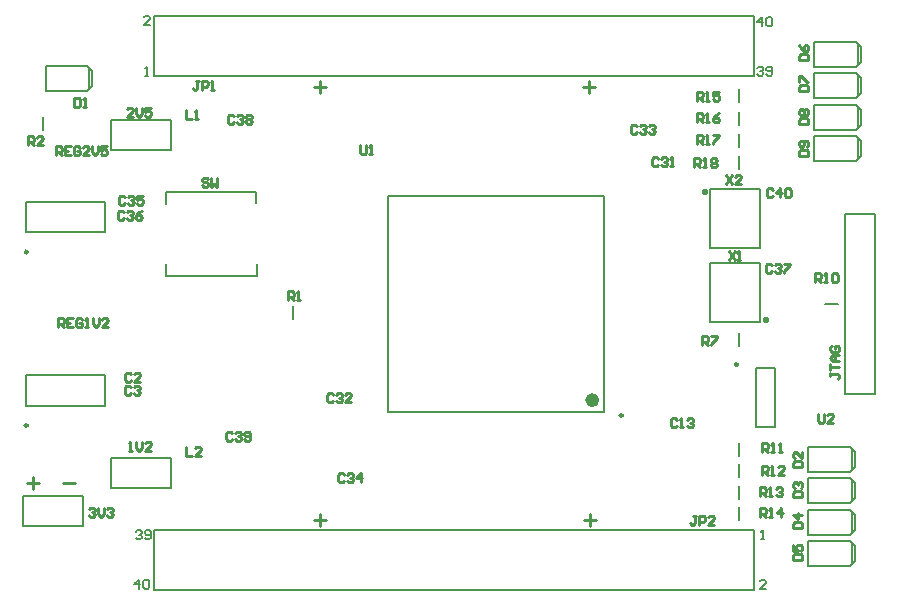
<source format=gto>
%FSLAX24Y24*%
%MOIN*%
G70*
G01*
G75*
G04 Layer_Color=65535*
%ADD10C,0.0100*%
%ADD11R,0.0512X0.0394*%
%ADD12O,0.0984X0.0276*%
%ADD13R,0.0394X0.0512*%
%ADD14R,0.0551X0.0433*%
%ADD15R,0.0433X0.0551*%
%ADD16R,0.0512X0.0591*%
%ADD17R,0.1299X0.1063*%
%ADD18R,0.0394X0.1063*%
%ADD19R,0.0472X0.0551*%
%ADD20R,0.0551X0.0630*%
%ADD21R,0.0500X0.0300*%
%ADD22O,0.0118X0.0827*%
%ADD23O,0.0827X0.0118*%
%ADD24R,0.1693X0.1693*%
%ADD25C,0.0200*%
%ADD26C,0.0300*%
%ADD27C,0.0250*%
%ADD28C,0.0600*%
%ADD29C,0.0400*%
%ADD30C,0.0150*%
%ADD31C,0.0079*%
%ADD32R,0.1830X0.1120*%
%ADD33R,0.2080X0.2124*%
%ADD34R,0.0790X0.5280*%
%ADD35R,0.0810X0.1960*%
%ADD36R,0.1310X0.3350*%
%ADD37R,0.1010X0.0210*%
%ADD38R,0.1490X0.1470*%
%ADD39R,0.0370X0.4820*%
%ADD40R,0.0770X0.0910*%
%ADD41R,0.0920X0.5210*%
%ADD42R,0.1260X0.1830*%
%ADD43R,0.1490X0.6150*%
%ADD44R,0.3870X0.4260*%
%ADD45R,0.1270X0.5300*%
%ADD46R,0.1950X0.1110*%
%ADD47R,0.2270X0.0510*%
%ADD48R,0.0780X0.2500*%
%ADD49R,0.1520X0.0820*%
%ADD50R,0.1890X0.1040*%
%ADD51R,0.3710X0.3070*%
%ADD52R,0.1740X0.1110*%
%ADD53R,0.1460X0.3920*%
%ADD54R,0.2270X0.3010*%
%ADD55R,0.0820X0.6210*%
%ADD56R,0.0810X0.5750*%
%ADD57R,0.1610X0.3230*%
%ADD58R,0.0810X0.1040*%
%ADD59R,0.0470X0.5180*%
%ADD60R,0.1430X0.1840*%
%ADD61R,0.1550X0.2090*%
%ADD62R,0.1370X0.4960*%
%ADD63R,0.0720X0.4310*%
%ADD64R,0.4940X0.1510*%
%ADD65R,0.0710X0.2250*%
%ADD66R,0.4950X0.2010*%
%ADD67R,0.1150X1.2100*%
%ADD68R,0.1490X0.7050*%
%ADD69R,0.0640X0.1540*%
%ADD70R,0.1130X0.1610*%
%ADD71R,0.3340X0.1210*%
%ADD72R,0.1110X0.1490*%
%ADD73R,0.1390X0.1590*%
%ADD74R,0.3241X0.0974*%
%ADD75R,0.1470X0.0847*%
%ADD76R,0.1260X0.9560*%
%ADD77R,0.1100X0.3420*%
%ADD78R,0.1180X0.0590*%
%ADD79R,0.0830X0.3230*%
%ADD80R,0.1820X0.0900*%
%ADD81R,0.0850X0.1900*%
%ADD82R,0.1770X0.0950*%
%ADD83R,0.0591X0.0591*%
%ADD84C,0.0591*%
%ADD85R,0.0591X0.0591*%
%ADD86C,0.0320*%
%ADD87C,0.0500*%
%ADD88R,0.0413X0.0551*%
%ADD89R,0.0669X0.0433*%
%ADD90R,0.0433X0.0669*%
%ADD91R,0.5810X0.0400*%
%ADD92R,0.1370X0.1190*%
%ADD93R,0.0260X0.2940*%
%ADD94R,0.0610X0.3620*%
%ADD95R,0.1330X0.0650*%
%ADD96R,0.0400X0.4480*%
%ADD97R,0.2410X0.0450*%
%ADD98R,0.0890X0.3400*%
%ADD99R,0.6880X0.0610*%
%ADD100R,0.1880X0.3480*%
%ADD101R,0.7920X0.0350*%
%ADD102R,0.0310X0.3890*%
%ADD103R,0.0890X0.0960*%
%ADD104R,0.2450X0.2860*%
%ADD105R,0.0960X0.0910*%
%ADD106R,0.2300X0.1250*%
%ADD107R,0.1320X0.0920*%
%ADD108R,0.1430X0.0570*%
%ADD109R,0.0600X0.2880*%
%ADD110R,0.1560X0.1200*%
%ADD111R,0.0510X0.2190*%
%ADD112R,0.0810X0.0450*%
%ADD113R,0.8040X0.0410*%
%ADD114R,0.1080X0.2300*%
%ADD115R,0.0530X0.1260*%
%ADD116R,0.0690X0.1090*%
%ADD117R,0.3970X0.0570*%
%ADD118R,0.0670X0.1760*%
%ADD119R,0.2440X0.1760*%
%ADD120R,0.3080X0.1760*%
%ADD121R,0.3360X0.3810*%
%ADD122R,0.3950X0.2010*%
%ADD123R,0.5290X0.1430*%
%ADD124R,0.1080X0.1370*%
%ADD125R,0.4870X0.0400*%
%ADD126R,0.3310X0.0720*%
%ADD127R,0.0640X0.3170*%
%ADD128R,1.4780X0.0490*%
%ADD129R,0.8680X0.0890*%
%ADD130R,0.2310X0.1210*%
%ADD131R,0.0660X0.7140*%
%ADD132R,0.3910X0.1760*%
%ADD133R,0.1190X0.4160*%
%ADD134R,0.6620X0.0690*%
%ADD135R,0.1720X0.3830*%
%ADD136R,0.0560X0.2760*%
%ADD137R,0.6730X0.0390*%
%ADD138R,0.2390X0.0640*%
%ADD139R,0.4150X0.0630*%
%ADD140R,0.5920X0.0470*%
%ADD141R,0.3050X0.2190*%
%ADD142R,0.0600X0.1180*%
%ADD143R,0.0840X0.2610*%
%ADD144R,0.4730X0.1350*%
%ADD145R,0.1830X1.0120*%
%ADD146R,0.2560X0.0720*%
%ADD147R,0.2990X0.2490*%
%ADD148R,0.1090X0.5830*%
%ADD149R,0.8340X0.8340*%
%ADD150R,0.3240X0.0960*%
%ADD151R,0.2210X0.1000*%
%ADD152R,0.1070X0.0400*%
%ADD153R,0.0610X0.1460*%
%ADD154R,0.0460X0.1390*%
%ADD155R,0.3240X0.0430*%
%ADD156R,0.0570X0.1510*%
%ADD157R,0.1660X0.0570*%
%ADD158R,0.2810X0.2110*%
%ADD159R,0.0630X0.1380*%
%ADD160R,0.1810X0.0340*%
%ADD161R,0.7090X0.0860*%
%ADD162R,0.1020X0.1410*%
%ADD163R,0.3440X0.0470*%
%ADD164R,0.0670X0.1580*%
%ADD165R,0.0560X0.6510*%
%ADD166R,2.0860X0.0750*%
%ADD167R,0.1230X0.1040*%
%ADD168R,0.1030X0.1670*%
%ADD169R,0.1220X0.0770*%
%ADD170R,0.0490X0.1560*%
%ADD171R,0.1030X0.1940*%
%ADD172R,0.0940X0.1560*%
%ADD173C,0.0098*%
%ADD174C,0.0236*%
%ADD175C,0.0080*%
D10*
X11008Y6620D02*
X10958Y6670D01*
X10858D01*
X10808Y6620D01*
Y6420D01*
X10858Y6370D01*
X10958D01*
X11008Y6420D01*
X11108Y6620D02*
X11158Y6670D01*
X11258D01*
X11308Y6620D01*
Y6570D01*
X11258Y6520D01*
X11208D01*
X11258D01*
X11308Y6470D01*
Y6420D01*
X11258Y6370D01*
X11158D01*
X11108Y6420D01*
X11608Y6370D02*
X11408D01*
X11608Y6570D01*
Y6620D01*
X11558Y6670D01*
X11458D01*
X11408Y6620D01*
X21850Y14490D02*
X21800Y14540D01*
X21700D01*
X21650Y14490D01*
Y14290D01*
X21700Y14240D01*
X21800D01*
X21850Y14290D01*
X21950Y14490D02*
X22000Y14540D01*
X22100D01*
X22150Y14490D01*
Y14440D01*
X22100Y14390D01*
X22050D01*
X22100D01*
X22150Y14340D01*
Y14290D01*
X22100Y14240D01*
X22000D01*
X21950Y14290D01*
X22250Y14240D02*
X22350D01*
X22300D01*
Y14540D01*
X22250Y14490D01*
X23130Y15707D02*
Y16007D01*
X23280D01*
X23330Y15957D01*
Y15857D01*
X23280Y15807D01*
X23130D01*
X23230D02*
X23330Y15707D01*
X23430D02*
X23530D01*
X23480D01*
Y16007D01*
X23430Y15957D01*
X23880Y16007D02*
X23780Y15957D01*
X23680Y15857D01*
Y15757D01*
X23730Y15707D01*
X23830D01*
X23880Y15757D01*
Y15807D01*
X23830Y15857D01*
X23680D01*
X23140Y16420D02*
Y16720D01*
X23290D01*
X23340Y16670D01*
Y16570D01*
X23290Y16520D01*
X23140D01*
X23240D02*
X23340Y16420D01*
X23440D02*
X23540D01*
X23490D01*
Y16720D01*
X23440Y16670D01*
X23890Y16720D02*
X23690D01*
Y16570D01*
X23790Y16620D01*
X23840D01*
X23890Y16570D01*
Y16470D01*
X23840Y16420D01*
X23740D01*
X23690Y16470D01*
X25250Y2530D02*
Y2830D01*
X25400D01*
X25450Y2780D01*
Y2680D01*
X25400Y2630D01*
X25250D01*
X25350D02*
X25450Y2530D01*
X25550D02*
X25650D01*
X25600D01*
Y2830D01*
X25550Y2780D01*
X25950Y2530D02*
Y2830D01*
X25800Y2680D01*
X26000D01*
X25240Y3240D02*
Y3540D01*
X25390D01*
X25440Y3490D01*
Y3390D01*
X25390Y3340D01*
X25240D01*
X25340D02*
X25440Y3240D01*
X25540D02*
X25640D01*
X25590D01*
Y3540D01*
X25540Y3490D01*
X25790D02*
X25840Y3540D01*
X25940D01*
X25990Y3490D01*
Y3440D01*
X25940Y3390D01*
X25890D01*
X25940D01*
X25990Y3340D01*
Y3290D01*
X25940Y3240D01*
X25840D01*
X25790Y3290D01*
X26350Y1127D02*
X26650D01*
Y1277D01*
X26600Y1327D01*
X26400D01*
X26350Y1277D01*
Y1127D01*
Y1627D02*
Y1427D01*
X26500D01*
X26450Y1527D01*
Y1577D01*
X26500Y1627D01*
X26600D01*
X26650Y1577D01*
Y1477D01*
X26600Y1427D01*
X26350Y2168D02*
X26650D01*
Y2318D01*
X26600Y2368D01*
X26400D01*
X26350Y2318D01*
Y2168D01*
X26650Y2618D02*
X26350D01*
X26500Y2468D01*
Y2668D01*
X26350Y3209D02*
X26650D01*
Y3359D01*
X26600Y3409D01*
X26400D01*
X26350Y3359D01*
Y3209D01*
X26400Y3509D02*
X26350Y3559D01*
Y3659D01*
X26400Y3709D01*
X26450D01*
X26500Y3659D01*
Y3609D01*
Y3659D01*
X26550Y3709D01*
X26600D01*
X26650Y3659D01*
Y3559D01*
X26600Y3509D01*
X26350Y4200D02*
X26650D01*
Y4350D01*
X26600Y4400D01*
X26400D01*
X26350Y4350D01*
Y4200D01*
X26650Y4700D02*
Y4500D01*
X26450Y4700D01*
X26400D01*
X26350Y4650D01*
Y4550D01*
X26400Y4500D01*
X830Y14934D02*
Y15234D01*
X980D01*
X1030Y15184D01*
Y15084D01*
X980Y15034D01*
X830D01*
X930D02*
X1030Y14934D01*
X1330D02*
X1130D01*
X1330Y15134D01*
Y15184D01*
X1280Y15234D01*
X1180D01*
X1130Y15184D01*
X2391Y16528D02*
Y16228D01*
X2541D01*
X2591Y16278D01*
Y16478D01*
X2541Y16528D01*
X2391D01*
X2691Y16228D02*
X2791D01*
X2741D01*
Y16528D01*
X2691Y16478D01*
X7650Y5340D02*
X7600Y5390D01*
X7500D01*
X7450Y5340D01*
Y5140D01*
X7500Y5090D01*
X7600D01*
X7650Y5140D01*
X7750Y5340D02*
X7800Y5390D01*
X7900D01*
X7950Y5340D01*
Y5290D01*
X7900Y5240D01*
X7850D01*
X7900D01*
X7950Y5190D01*
Y5140D01*
X7900Y5090D01*
X7800D01*
X7750Y5140D01*
X8050D02*
X8100Y5090D01*
X8200D01*
X8250Y5140D01*
Y5340D01*
X8200Y5390D01*
X8100D01*
X8050Y5340D01*
Y5290D01*
X8100Y5240D01*
X8250D01*
X7700Y15900D02*
X7650Y15950D01*
X7550D01*
X7500Y15900D01*
Y15700D01*
X7550Y15650D01*
X7650D01*
X7700Y15700D01*
X7800Y15900D02*
X7850Y15950D01*
X7950D01*
X8000Y15900D01*
Y15850D01*
X7950Y15800D01*
X7900D01*
X7950D01*
X8000Y15750D01*
Y15700D01*
X7950Y15650D01*
X7850D01*
X7800Y15700D01*
X8100Y15900D02*
X8150Y15950D01*
X8250D01*
X8300Y15900D01*
Y15850D01*
X8250Y15800D01*
X8300Y15750D01*
Y15700D01*
X8250Y15650D01*
X8150D01*
X8100Y15700D01*
Y15750D01*
X8150Y15800D01*
X8100Y15850D01*
Y15900D01*
X8150Y15800D02*
X8250D01*
X4280Y7300D02*
X4230Y7350D01*
X4130D01*
X4080Y7300D01*
Y7100D01*
X4130Y7050D01*
X4230D01*
X4280Y7100D01*
X4580Y7050D02*
X4380D01*
X4580Y7250D01*
Y7300D01*
X4530Y7350D01*
X4430D01*
X4380Y7300D01*
X4270Y6870D02*
X4220Y6920D01*
X4120D01*
X4070Y6870D01*
Y6670D01*
X4120Y6620D01*
X4220D01*
X4270Y6670D01*
X4370Y6870D02*
X4420Y6920D01*
X4520D01*
X4570Y6870D01*
Y6820D01*
X4520Y6770D01*
X4470D01*
X4520D01*
X4570Y6720D01*
Y6670D01*
X4520Y6620D01*
X4420D01*
X4370Y6670D01*
X22460Y5780D02*
X22410Y5830D01*
X22310D01*
X22260Y5780D01*
Y5580D01*
X22310Y5530D01*
X22410D01*
X22460Y5580D01*
X22560Y5530D02*
X22660D01*
X22610D01*
Y5830D01*
X22560Y5780D01*
X22810D02*
X22860Y5830D01*
X22960D01*
X23010Y5780D01*
Y5730D01*
X22960Y5680D01*
X22910D01*
X22960D01*
X23010Y5630D01*
Y5580D01*
X22960Y5530D01*
X22860D01*
X22810Y5580D01*
X21130Y15570D02*
X21080Y15620D01*
X20980D01*
X20930Y15570D01*
Y15370D01*
X20980Y15320D01*
X21080D01*
X21130Y15370D01*
X21230Y15570D02*
X21280Y15620D01*
X21380D01*
X21430Y15570D01*
Y15520D01*
X21380Y15470D01*
X21330D01*
X21380D01*
X21430Y15420D01*
Y15370D01*
X21380Y15320D01*
X21280D01*
X21230Y15370D01*
X21530Y15570D02*
X21580Y15620D01*
X21680D01*
X21730Y15570D01*
Y15520D01*
X21680Y15470D01*
X21630D01*
X21680D01*
X21730Y15420D01*
Y15370D01*
X21680Y15320D01*
X21580D01*
X21530Y15370D01*
X11390Y3960D02*
X11340Y4010D01*
X11240D01*
X11190Y3960D01*
Y3760D01*
X11240Y3710D01*
X11340D01*
X11390Y3760D01*
X11490Y3960D02*
X11540Y4010D01*
X11640D01*
X11690Y3960D01*
Y3910D01*
X11640Y3860D01*
X11590D01*
X11640D01*
X11690Y3810D01*
Y3760D01*
X11640Y3710D01*
X11540D01*
X11490Y3760D01*
X11940Y3710D02*
Y4010D01*
X11790Y3860D01*
X11990D01*
X4060Y13210D02*
X4010Y13260D01*
X3910D01*
X3860Y13210D01*
Y13010D01*
X3910Y12960D01*
X4010D01*
X4060Y13010D01*
X4160Y13210D02*
X4210Y13260D01*
X4310D01*
X4360Y13210D01*
Y13160D01*
X4310Y13110D01*
X4260D01*
X4310D01*
X4360Y13060D01*
Y13010D01*
X4310Y12960D01*
X4210D01*
X4160Y13010D01*
X4660Y13260D02*
X4460D01*
Y13110D01*
X4560Y13160D01*
X4610D01*
X4660Y13110D01*
Y13010D01*
X4610Y12960D01*
X4510D01*
X4460Y13010D01*
X4040Y12700D02*
X3990Y12750D01*
X3890D01*
X3840Y12700D01*
Y12500D01*
X3890Y12450D01*
X3990D01*
X4040Y12500D01*
X4140Y12700D02*
X4190Y12750D01*
X4290D01*
X4340Y12700D01*
Y12650D01*
X4290Y12600D01*
X4240D01*
X4290D01*
X4340Y12550D01*
Y12500D01*
X4290Y12450D01*
X4190D01*
X4140Y12500D01*
X4640Y12750D02*
X4540Y12700D01*
X4440Y12600D01*
Y12500D01*
X4490Y12450D01*
X4590D01*
X4640Y12500D01*
Y12550D01*
X4590Y12600D01*
X4440D01*
X25630Y10930D02*
X25580Y10980D01*
X25480D01*
X25430Y10930D01*
Y10730D01*
X25480Y10680D01*
X25580D01*
X25630Y10730D01*
X25730Y10930D02*
X25780Y10980D01*
X25880D01*
X25930Y10930D01*
Y10880D01*
X25880Y10830D01*
X25830D01*
X25880D01*
X25930Y10780D01*
Y10730D01*
X25880Y10680D01*
X25780D01*
X25730Y10730D01*
X26030Y10980D02*
X26230D01*
Y10930D01*
X26030Y10730D01*
Y10680D01*
X27580Y7360D02*
Y7260D01*
Y7310D01*
X27830D01*
X27880Y7260D01*
Y7210D01*
X27830Y7160D01*
X27580Y7460D02*
Y7660D01*
Y7560D01*
X27880D01*
Y7760D02*
X27680D01*
X27580Y7860D01*
X27680Y7960D01*
X27880D01*
X27730D01*
Y7760D01*
X27630Y8260D02*
X27580Y8210D01*
Y8110D01*
X27630Y8060D01*
X27830D01*
X27880Y8110D01*
Y8210D01*
X27830Y8260D01*
X27730D01*
Y8160D01*
X4330Y15890D02*
X4130D01*
X4330Y16090D01*
Y16140D01*
X4280Y16190D01*
X4180D01*
X4130Y16140D01*
X4430Y16190D02*
Y15990D01*
X4530Y15890D01*
X4630Y15990D01*
Y16190D01*
X4930D02*
X4730D01*
Y16040D01*
X4830Y16090D01*
X4880D01*
X4930Y16040D01*
Y15940D01*
X4880Y15890D01*
X4780D01*
X4730Y15940D01*
X6540Y17080D02*
X6440D01*
X6490D01*
Y16830D01*
X6440Y16780D01*
X6390D01*
X6340Y16830D01*
X6640Y16780D02*
Y17080D01*
X6790D01*
X6840Y17030D01*
Y16930D01*
X6790Y16880D01*
X6640D01*
X6940Y16780D02*
X7040D01*
X6990D01*
Y17080D01*
X6940Y17030D01*
X4195Y4747D02*
X4295D01*
X4245D01*
Y5047D01*
X4195Y4997D01*
X4445Y5047D02*
Y4847D01*
X4545Y4747D01*
X4645Y4847D01*
Y5047D01*
X4945Y4747D02*
X4745D01*
X4945Y4947D01*
Y4997D01*
X4895Y5047D01*
X4795D01*
X4745Y4997D01*
X2861Y2812D02*
X2911Y2862D01*
X3011D01*
X3061Y2812D01*
Y2762D01*
X3011Y2712D01*
X2961D01*
X3011D01*
X3061Y2662D01*
Y2612D01*
X3011Y2562D01*
X2911D01*
X2861Y2612D01*
X3161Y2862D02*
Y2662D01*
X3261Y2562D01*
X3361Y2662D01*
Y2862D01*
X3461Y2812D02*
X3511Y2862D01*
X3611D01*
X3661Y2812D01*
Y2762D01*
X3611Y2712D01*
X3561D01*
X3611D01*
X3661Y2662D01*
Y2612D01*
X3611Y2562D01*
X3511D01*
X3461Y2612D01*
X23110Y2580D02*
X23010D01*
X23060D01*
Y2330D01*
X23010Y2280D01*
X22960D01*
X22910Y2330D01*
X23210Y2280D02*
Y2580D01*
X23360D01*
X23410Y2530D01*
Y2430D01*
X23360Y2380D01*
X23210D01*
X23710Y2280D02*
X23510D01*
X23710Y2480D01*
Y2530D01*
X23660Y2580D01*
X23560D01*
X23510Y2530D01*
X6100Y16100D02*
Y15800D01*
X6300D01*
X6400D02*
X6500D01*
X6450D01*
Y16100D01*
X6400Y16050D01*
X6100Y4893D02*
Y4593D01*
X6300D01*
X6600D02*
X6400D01*
X6600Y4793D01*
Y4843D01*
X6550Y4893D01*
X6450D01*
X6400Y4843D01*
X9500Y9770D02*
Y10070D01*
X9650D01*
X9700Y10020D01*
Y9920D01*
X9650Y9870D01*
X9500D01*
X9600D02*
X9700Y9770D01*
X9800D02*
X9900D01*
X9850D01*
Y10070D01*
X9800Y10020D01*
X23320Y8270D02*
Y8570D01*
X23470D01*
X23520Y8520D01*
Y8420D01*
X23470Y8370D01*
X23320D01*
X23420D02*
X23520Y8270D01*
X23620Y8570D02*
X23820D01*
Y8520D01*
X23620Y8320D01*
Y8270D01*
X27090Y10370D02*
Y10670D01*
X27240D01*
X27290Y10620D01*
Y10520D01*
X27240Y10470D01*
X27090D01*
X27190D02*
X27290Y10370D01*
X27390D02*
X27490D01*
X27440D01*
Y10670D01*
X27390Y10620D01*
X27640D02*
X27690Y10670D01*
X27790D01*
X27840Y10620D01*
Y10420D01*
X27790Y10370D01*
X27690D01*
X27640Y10420D01*
Y10620D01*
X1770Y14604D02*
Y14904D01*
X1920D01*
X1970Y14854D01*
Y14754D01*
X1920Y14704D01*
X1770D01*
X1870D02*
X1970Y14604D01*
X2270Y14904D02*
X2070D01*
Y14604D01*
X2270D01*
X2070Y14754D02*
X2170D01*
X2570Y14854D02*
X2520Y14904D01*
X2420D01*
X2370Y14854D01*
Y14654D01*
X2420Y14604D01*
X2520D01*
X2570Y14654D01*
Y14754D01*
X2470D01*
X2870Y14604D02*
X2670D01*
X2870Y14804D01*
Y14854D01*
X2820Y14904D01*
X2720D01*
X2670Y14854D01*
X2970Y14904D02*
Y14704D01*
X3070Y14604D01*
X3170Y14704D01*
Y14904D01*
X3469D02*
X3270D01*
Y14754D01*
X3369Y14804D01*
X3419D01*
X3469Y14754D01*
Y14654D01*
X3419Y14604D01*
X3320D01*
X3270Y14654D01*
X1850Y8876D02*
Y9176D01*
X2000D01*
X2050Y9126D01*
Y9026D01*
X2000Y8976D01*
X1850D01*
X1950D02*
X2050Y8876D01*
X2350Y9176D02*
X2150D01*
Y8876D01*
X2350D01*
X2150Y9026D02*
X2250D01*
X2650Y9126D02*
X2600Y9176D01*
X2500D01*
X2450Y9126D01*
Y8926D01*
X2500Y8876D01*
X2600D01*
X2650Y8926D01*
Y9026D01*
X2550D01*
X2750Y8876D02*
X2850D01*
X2800D01*
Y9176D01*
X2750Y9126D01*
X3000Y9176D02*
Y8976D01*
X3100Y8876D01*
X3200Y8976D01*
Y9176D01*
X3499Y8876D02*
X3300D01*
X3499Y9076D01*
Y9126D01*
X3449Y9176D01*
X3350D01*
X3300Y9126D01*
X24192Y11410D02*
X24392Y11110D01*
Y11410D02*
X24192Y11110D01*
X24491D02*
X24591D01*
X24541D01*
Y11410D01*
X24491Y11360D01*
X27180Y5990D02*
Y5740D01*
X27230Y5690D01*
X27330D01*
X27380Y5740D01*
Y5990D01*
X27680Y5690D02*
X27480D01*
X27680Y5890D01*
Y5940D01*
X27630Y5990D01*
X27530D01*
X27480Y5940D01*
X26550Y17768D02*
X26850D01*
Y17918D01*
X26800Y17968D01*
X26600D01*
X26550Y17918D01*
Y17768D01*
Y18268D02*
X26600Y18168D01*
X26700Y18068D01*
X26800D01*
X26850Y18118D01*
Y18218D01*
X26800Y18268D01*
X26750D01*
X26700Y18218D01*
Y18068D01*
X26550Y16736D02*
X26850D01*
Y16886D01*
X26800Y16936D01*
X26600D01*
X26550Y16886D01*
Y16736D01*
Y17036D02*
Y17236D01*
X26600D01*
X26800Y17036D01*
X26850D01*
X26550Y15646D02*
X26850D01*
Y15796D01*
X26800Y15846D01*
X26600D01*
X26550Y15796D01*
Y15646D01*
X26600Y15946D02*
X26550Y15996D01*
Y16096D01*
X26600Y16146D01*
X26650D01*
X26700Y16096D01*
X26750Y16146D01*
X26800D01*
X26850Y16096D01*
Y15996D01*
X26800Y15946D01*
X26750D01*
X26700Y15996D01*
X26650Y15946D01*
X26600D01*
X26700Y15996D02*
Y16096D01*
X26550Y14586D02*
X26850D01*
Y14736D01*
X26800Y14786D01*
X26600D01*
X26550Y14736D01*
Y14586D01*
X26800Y14886D02*
X26850Y14936D01*
Y15036D01*
X26800Y15086D01*
X26600D01*
X26550Y15036D01*
Y14936D01*
X26600Y14886D01*
X26650D01*
X26700Y14936D01*
Y15086D01*
X25310Y4700D02*
Y5000D01*
X25460D01*
X25510Y4950D01*
Y4850D01*
X25460Y4800D01*
X25310D01*
X25410D02*
X25510Y4700D01*
X25610D02*
X25710D01*
X25660D01*
Y5000D01*
X25610Y4950D01*
X25860Y4700D02*
X25960D01*
X25910D01*
Y5000D01*
X25860Y4950D01*
X25300Y3960D02*
Y4260D01*
X25450D01*
X25500Y4210D01*
Y4110D01*
X25450Y4060D01*
X25300D01*
X25400D02*
X25500Y3960D01*
X25600D02*
X25700D01*
X25650D01*
Y4260D01*
X25600Y4210D01*
X26050Y3960D02*
X25850D01*
X26050Y4160D01*
Y4210D01*
X26000Y4260D01*
X25900D01*
X25850Y4210D01*
X23140Y14980D02*
Y15280D01*
X23290D01*
X23340Y15230D01*
Y15130D01*
X23290Y15080D01*
X23140D01*
X23240D02*
X23340Y14980D01*
X23440D02*
X23540D01*
X23490D01*
Y15280D01*
X23440Y15230D01*
X23690Y15280D02*
X23890D01*
Y15230D01*
X23690Y15030D01*
Y14980D01*
X23050Y14210D02*
Y14510D01*
X23200D01*
X23250Y14460D01*
Y14360D01*
X23200Y14310D01*
X23050D01*
X23150D02*
X23250Y14210D01*
X23350D02*
X23450D01*
X23400D01*
Y14510D01*
X23350Y14460D01*
X23600D02*
X23650Y14510D01*
X23750D01*
X23800Y14460D01*
Y14410D01*
X23750Y14360D01*
X23800Y14310D01*
Y14260D01*
X23750Y14210D01*
X23650D01*
X23600Y14260D01*
Y14310D01*
X23650Y14360D01*
X23600Y14410D01*
Y14460D01*
X23650Y14360D02*
X23750D01*
X25670Y13450D02*
X25620Y13500D01*
X25520D01*
X25470Y13450D01*
Y13250D01*
X25520Y13200D01*
X25620D01*
X25670Y13250D01*
X25920Y13200D02*
Y13500D01*
X25770Y13350D01*
X25970D01*
X26070Y13450D02*
X26120Y13500D01*
X26220D01*
X26270Y13450D01*
Y13250D01*
X26220Y13200D01*
X26120D01*
X26070Y13250D01*
Y13450D01*
X6845Y13803D02*
X6795Y13853D01*
X6695D01*
X6645Y13803D01*
Y13753D01*
X6695Y13703D01*
X6795D01*
X6845Y13653D01*
Y13603D01*
X6795Y13553D01*
X6695D01*
X6645Y13603D01*
X6945Y13853D02*
Y13553D01*
X7045Y13653D01*
X7145Y13553D01*
Y13853D01*
X24110Y13930D02*
X24310Y13630D01*
Y13930D02*
X24110Y13630D01*
X24610D02*
X24410D01*
X24610Y13830D01*
Y13880D01*
X24560Y13930D01*
X24460D01*
X24410Y13880D01*
X11920Y14940D02*
Y14690D01*
X11970Y14640D01*
X12070D01*
X12120Y14690D01*
Y14940D01*
X12220Y14640D02*
X12320D01*
X12270D01*
Y14940D01*
X12220Y14890D01*
X19360Y2460D02*
X19760D01*
X19560Y2660D02*
Y2260D01*
X10380Y2430D02*
X10780D01*
X10580Y2630D02*
Y2230D01*
X19330Y16890D02*
X19730D01*
X19530Y17090D02*
Y16690D01*
X10360Y16890D02*
X10760D01*
X10560Y17090D02*
Y16690D01*
X25465Y9079D02*
X25365D01*
Y9179D01*
X25465D01*
Y9079D01*
X23339Y13445D02*
X23439D01*
Y13345D01*
X23339D01*
Y13445D01*
X805Y3695D02*
X1205D01*
X1005Y3895D02*
Y3495D01*
X2005Y3695D02*
X2404D01*
D31*
X27413Y9650D02*
X27847D01*
X25105Y5546D02*
Y7514D01*
X25735Y5546D02*
Y7514D01*
X25105D02*
X25735D01*
X25105Y5546D02*
X25735D01*
X24540Y8253D02*
Y8687D01*
X24550Y14133D02*
Y14567D01*
Y14877D02*
Y15310D01*
Y15620D02*
Y16053D01*
Y16363D02*
Y16797D01*
X9690Y9133D02*
Y9567D01*
X5050Y100D02*
Y2100D01*
X25050Y100D02*
Y2100D01*
X5050Y100D02*
X25050D01*
X5050Y2100D02*
X25050D01*
X28500Y14514D02*
Y15179D01*
X28600Y14579D02*
Y15079D01*
X28435Y14414D02*
X28600Y14579D01*
X27045Y14414D02*
X28435D01*
X27045Y15249D02*
X28430D01*
X28600Y15079D01*
X27045Y14414D02*
Y15249D01*
X28500Y15560D02*
Y16225D01*
X28600Y15625D02*
Y16125D01*
X28435Y15460D02*
X28600Y15625D01*
X27045Y15460D02*
X28435D01*
X27045Y16295D02*
X28430D01*
X28600Y16125D01*
X27045Y15460D02*
Y16295D01*
X28500Y16606D02*
Y17271D01*
X28600Y16671D02*
Y17171D01*
X28435Y16506D02*
X28600Y16671D01*
X27045Y16506D02*
X28435D01*
X27045Y17341D02*
X28430D01*
X28600Y17171D01*
X27045Y16506D02*
Y17341D01*
X28500Y17653D02*
Y18318D01*
X28600Y17718D02*
Y18218D01*
X28435Y17553D02*
X28600Y17718D01*
X27045Y17553D02*
X28435D01*
X27045Y18388D02*
X28430D01*
X28600Y18218D01*
X27045Y17553D02*
Y18388D01*
X3419Y6244D02*
Y7268D01*
X781Y6244D02*
Y7268D01*
X3419D01*
X781Y6244D02*
X3419D01*
X660Y2240D02*
X2660D01*
Y3240D01*
X660D02*
X2660D01*
X660Y2240D02*
Y3240D01*
X3595Y3524D02*
X5595D01*
Y4524D01*
X3595D02*
X5595D01*
X3595Y3524D02*
Y4524D01*
X1330Y15433D02*
Y15867D01*
X28080Y12650D02*
X29080D01*
X28080Y6650D02*
X29080D01*
X28080D02*
Y12650D01*
X29080Y6650D02*
Y12650D01*
X3595Y14773D02*
X5595D01*
Y15773D01*
X3595D02*
X5595D01*
X3595Y14773D02*
Y15773D01*
X3419Y12032D02*
Y13056D01*
X781Y12032D02*
Y13056D01*
X3419D01*
X781Y12032D02*
X3419D01*
X23575Y9040D02*
X25228D01*
Y11008D01*
X23575D02*
X25228D01*
X23575Y9040D02*
Y11008D01*
X8438Y13010D02*
Y13369D01*
X5446Y12983D02*
Y13369D01*
X8438D01*
X5446Y10569D02*
X8478D01*
Y10987D01*
X5446Y10569D02*
Y10971D01*
X25228Y11516D02*
Y13484D01*
X23575Y11516D02*
X25228D01*
X23575D02*
Y13484D01*
X25228D01*
X28300Y4156D02*
Y4821D01*
X28400Y4221D02*
Y4721D01*
X28235Y4056D02*
X28400Y4221D01*
X26845Y4056D02*
X28235D01*
X26845Y4891D02*
X28230D01*
X28400Y4721D01*
X26845Y4056D02*
Y4891D01*
X28300Y3108D02*
Y3773D01*
X28400Y3173D02*
Y3673D01*
X28235Y3008D02*
X28400Y3173D01*
X26845Y3008D02*
X28235D01*
X26845Y3843D02*
X28230D01*
X28400Y3673D01*
X26845Y3008D02*
Y3843D01*
X28300Y2060D02*
Y2725D01*
X28400Y2125D02*
Y2625D01*
X28235Y1960D02*
X28400Y2125D01*
X26845Y1960D02*
X28235D01*
X26845Y2795D02*
X28230D01*
X28400Y2625D01*
X26845Y1960D02*
Y2795D01*
X28300Y1012D02*
Y1677D01*
X28400Y1077D02*
Y1577D01*
X28235Y912D02*
X28400Y1077D01*
X26845Y912D02*
X28235D01*
X26845Y1747D02*
X28230D01*
X28400Y1577D01*
X26845Y912D02*
Y1747D01*
X25050Y17250D02*
Y19250D01*
X5050Y17250D02*
Y19250D01*
X25050D01*
X5050Y17250D02*
X25050D01*
X24530Y2433D02*
Y2867D01*
Y3150D02*
Y3583D01*
Y3867D02*
Y4300D01*
Y4583D02*
Y5017D01*
X12838Y13252D02*
X20042D01*
X12838Y6048D02*
X20042D01*
X12838D02*
Y13252D01*
X20042Y6048D02*
Y13252D01*
X2880Y16845D02*
Y17510D01*
X2980Y16910D02*
Y17410D01*
X2815Y16745D02*
X2980Y16910D01*
X1425Y16745D02*
X2815D01*
X1425Y17580D02*
X2810D01*
X2980Y17410D01*
X1425Y16745D02*
Y17580D01*
D173*
X24505Y7634D02*
G03*
X24505Y7634I-49J0D01*
G01*
X830Y5595D02*
G03*
X830Y5595I-49J0D01*
G01*
Y11382D02*
G03*
X830Y11382I-49J0D01*
G01*
X20662Y5930D02*
G03*
X20662Y5930I-49J0D01*
G01*
D174*
X19767Y6441D02*
G03*
X19767Y6441I-118J0D01*
G01*
D175*
X4425Y2050D02*
X4475Y2100D01*
X4575D01*
X4625Y2050D01*
Y2000D01*
X4575Y1950D01*
X4525D01*
X4575D01*
X4625Y1900D01*
Y1850D01*
X4575Y1800D01*
X4475D01*
X4425Y1850D01*
X4725D02*
X4775Y1800D01*
X4875D01*
X4925Y1850D01*
Y2050D01*
X4875Y2100D01*
X4775D01*
X4725Y2050D01*
Y2000D01*
X4775Y1950D01*
X4925D01*
X4525Y150D02*
Y450D01*
X4375Y300D01*
X4575D01*
X4675Y400D02*
X4725Y450D01*
X4825D01*
X4875Y400D01*
Y200D01*
X4825Y150D01*
X4725D01*
X4675Y200D01*
Y400D01*
X25425Y150D02*
X25225D01*
X25425Y350D01*
Y400D01*
X25375Y450D01*
X25275D01*
X25225Y400D01*
X25275Y1800D02*
X25375D01*
X25325D01*
Y2100D01*
X25275Y2050D01*
X25150Y17500D02*
X25200Y17550D01*
X25300D01*
X25350Y17500D01*
Y17450D01*
X25300Y17400D01*
X25250D01*
X25300D01*
X25350Y17350D01*
Y17300D01*
X25300Y17250D01*
X25200D01*
X25150Y17300D01*
X25450D02*
X25500Y17250D01*
X25600D01*
X25650Y17300D01*
Y17500D01*
X25600Y17550D01*
X25500D01*
X25450Y17500D01*
Y17450D01*
X25500Y17400D01*
X25650D01*
X25300Y18900D02*
Y19200D01*
X25150Y19050D01*
X25350D01*
X25450Y19150D02*
X25500Y19200D01*
X25600D01*
X25650Y19150D01*
Y18950D01*
X25600Y18900D01*
X25500D01*
X25450Y18950D01*
Y19150D01*
X4900Y18950D02*
X4700D01*
X4900Y19150D01*
Y19200D01*
X4850Y19250D01*
X4750D01*
X4700Y19200D01*
X4750Y17250D02*
X4850D01*
X4800D01*
Y17550D01*
X4750Y17500D01*
M02*

</source>
